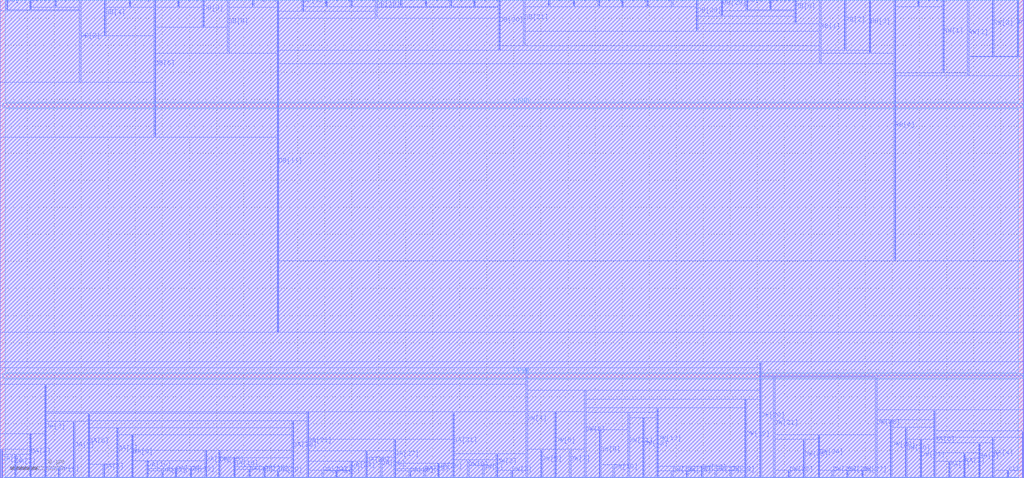
<source format=lef>
VERSION 5.7 ;
  NOWIREEXTENSIONATPIN ON ;
  DIVIDERCHAR "/" ;
  BUSBITCHARS "[]" ;
MACRO DFFRF_2R1W
  CLASS BLOCK ;
  FOREIGN DFFRF_2R1W ;
  ORIGIN 0.000 0.000 ;
  SIZE 378.700 BY 176.800 ;
  PIN CLK
    DIRECTION INPUT ;
    USE SIGNAL ;
    PORT
      LAYER met2 ;
        RECT 372.690 0.000 372.830 2.450 ;
    END
  END CLK
  PIN DA[0]
    DIRECTION OUTPUT TRISTATE ;
    USE SIGNAL ;
    PORT
      LAYER met2 ;
        RECT 0.550 0.000 0.690 10.240 ;
    END
  END DA[0]
  PIN DA[10]
    DIRECTION OUTPUT TRISTATE ;
    USE SIGNAL ;
    PORT
      LAYER met2 ;
        RECT 54.370 0.000 54.510 6.020 ;
    END
  END DA[10]
  PIN DA[11]
    DIRECTION OUTPUT TRISTATE ;
    USE SIGNAL ;
    PORT
      LAYER met2 ;
        RECT 59.890 0.000 60.030 2.280 ;
    END
  END DA[11]
  PIN DA[12]
    DIRECTION OUTPUT TRISTATE ;
    USE SIGNAL ;
    PORT
      LAYER met2 ;
        RECT 64.950 0.000 65.090 3.130 ;
    END
  END DA[12]
  PIN DA[13]
    DIRECTION OUTPUT TRISTATE ;
    USE SIGNAL ;
    PORT
      LAYER met2 ;
        RECT 70.470 0.000 70.610 3.130 ;
    END
  END DA[13]
  PIN DA[14]
    DIRECTION OUTPUT TRISTATE ;
    USE SIGNAL ;
    PORT
      LAYER met2 ;
        RECT 75.990 0.000 76.130 9.900 ;
    END
  END DA[14]
  PIN DA[15]
    DIRECTION OUTPUT TRISTATE ;
    USE SIGNAL ;
    PORT
      LAYER met2 ;
        RECT 81.050 0.000 81.190 9.900 ;
    END
  END DA[15]
  PIN DA[16]
    DIRECTION OUTPUT TRISTATE ;
    USE SIGNAL ;
    PORT
      LAYER met2 ;
        RECT 86.570 0.000 86.710 7.180 ;
    END
  END DA[16]
  PIN DA[17]
    DIRECTION OUTPUT TRISTATE ;
    USE SIGNAL ;
    PORT
      LAYER met2 ;
        RECT 92.090 0.000 92.230 2.920 ;
    END
  END DA[17]
  PIN DA[18]
    DIRECTION OUTPUT TRISTATE ;
    USE SIGNAL ;
    PORT
      LAYER met2 ;
        RECT 97.610 0.000 97.750 3.810 ;
    END
  END DA[18]
  PIN DA[19]
    DIRECTION OUTPUT TRISTATE ;
    USE SIGNAL ;
    PORT
      LAYER met2 ;
        RECT 102.670 0.000 102.810 2.280 ;
    END
  END DA[19]
  PIN DA[1]
    DIRECTION OUTPUT TRISTATE ;
    USE SIGNAL ;
    PORT
      LAYER met2 ;
        RECT 5.610 0.000 5.750 8.360 ;
    END
  END DA[1]
  PIN DA[20]
    DIRECTION OUTPUT TRISTATE ;
    USE SIGNAL ;
    PORT
      LAYER met2 ;
        RECT 108.190 0.000 108.330 20.810 ;
    END
  END DA[20]
  PIN DA[21]
    DIRECTION OUTPUT TRISTATE ;
    USE SIGNAL ;
    PORT
      LAYER met2 ;
        RECT 113.710 0.000 113.850 24.210 ;
    END
  END DA[21]
  PIN DA[22]
    DIRECTION OUTPUT TRISTATE ;
    USE SIGNAL ;
    PORT
      LAYER met2 ;
        RECT 119.230 0.000 119.370 2.450 ;
    END
  END DA[22]
  PIN DA[23]
    DIRECTION OUTPUT TRISTATE ;
    USE SIGNAL ;
    PORT
      LAYER met2 ;
        RECT 124.290 0.000 124.430 2.280 ;
    END
  END DA[23]
  PIN DA[24]
    DIRECTION OUTPUT TRISTATE ;
    USE SIGNAL ;
    PORT
      LAYER met2 ;
        RECT 129.810 0.000 129.950 5.850 ;
    END
  END DA[24]
  PIN DA[25]
    DIRECTION OUTPUT TRISTATE ;
    USE SIGNAL ;
    PORT
      LAYER met2 ;
        RECT 135.330 0.000 135.470 9.720 ;
    END
  END DA[25]
  PIN DA[26]
    DIRECTION OUTPUT TRISTATE ;
    USE SIGNAL ;
    PORT
      LAYER met2 ;
        RECT 140.850 0.000 140.990 7.210 ;
    END
  END DA[26]
  PIN DA[27]
    DIRECTION OUTPUT TRISTATE ;
    USE SIGNAL ;
    PORT
      LAYER met2 ;
        RECT 145.910 0.000 146.050 14.010 ;
    END
  END DA[27]
  PIN DA[28]
    DIRECTION OUTPUT TRISTATE ;
    USE SIGNAL ;
    PORT
      LAYER met2 ;
        RECT 151.430 0.000 151.570 2.280 ;
    END
  END DA[28]
  PIN DA[29]
    DIRECTION OUTPUT TRISTATE ;
    USE SIGNAL ;
    PORT
      LAYER met2 ;
        RECT 156.950 0.000 157.090 3.130 ;
    END
  END DA[29]
  PIN DA[2]
    DIRECTION OUTPUT TRISTATE ;
    USE SIGNAL ;
    PORT
      LAYER met2 ;
        RECT 11.130 0.000 11.270 16.050 ;
    END
  END DA[2]
  PIN DA[30]
    DIRECTION OUTPUT TRISTATE ;
    USE SIGNAL ;
    PORT
      LAYER met2 ;
        RECT 162.010 0.000 162.150 5.170 ;
    END
  END DA[30]
  PIN DA[31]
    DIRECTION OUTPUT TRISTATE ;
    USE SIGNAL ;
    PORT
      LAYER met2 ;
        RECT 167.530 0.000 167.670 24.040 ;
    END
  END DA[31]
  PIN DA[3]
    DIRECTION OUTPUT TRISTATE ;
    USE SIGNAL ;
    PORT
      LAYER met2 ;
        RECT 16.650 0.000 16.790 34.240 ;
    END
  END DA[3]
  PIN DA[4]
    DIRECTION OUTPUT TRISTATE ;
    USE SIGNAL ;
    PORT
      LAYER met2 ;
        RECT 21.710 0.000 21.850 3.300 ;
    END
  END DA[4]
  PIN DA[5]
    DIRECTION OUTPUT TRISTATE ;
    USE SIGNAL ;
    PORT
      LAYER met2 ;
        RECT 27.230 0.000 27.370 20.600 ;
    END
  END DA[5]
  PIN DA[6]
    DIRECTION OUTPUT TRISTATE ;
    USE SIGNAL ;
    PORT
      LAYER met2 ;
        RECT 32.750 0.000 32.890 23.530 ;
    END
  END DA[6]
  PIN DA[7]
    DIRECTION OUTPUT TRISTATE ;
    USE SIGNAL ;
    PORT
      LAYER met2 ;
        RECT 38.270 0.000 38.410 4.800 ;
    END
  END DA[7]
  PIN DA[8]
    DIRECTION OUTPUT TRISTATE ;
    USE SIGNAL ;
    PORT
      LAYER met2 ;
        RECT 43.330 0.000 43.470 18.260 ;
    END
  END DA[8]
  PIN DA[9]
    DIRECTION OUTPUT TRISTATE ;
    USE SIGNAL ;
    PORT
      LAYER met2 ;
        RECT 48.850 0.000 48.990 15.680 ;
    END
  END DA[9]
  PIN DB[0]
    DIRECTION OUTPUT TRISTATE ;
    USE SIGNAL ;
    PORT
      LAYER met2 ;
        RECT 2.390 173.020 2.530 176.800 ;
    END
  END DB[0]
  PIN DB[10]
    DIRECTION OUTPUT TRISTATE ;
    USE SIGNAL ;
    PORT
      LAYER met2 ;
        RECT 93.470 174.350 93.610 176.800 ;
    END
  END DB[10]
  PIN DB[11]
    DIRECTION OUTPUT TRISTATE ;
    USE SIGNAL ;
    PORT
      LAYER met2 ;
        RECT 102.670 54.020 102.810 176.800 ;
    END
  END DB[11]
  PIN DB[12]
    DIRECTION OUTPUT TRISTATE ;
    USE SIGNAL ;
    PORT
      LAYER met2 ;
        RECT 111.870 172.820 112.010 176.800 ;
    END
  END DB[12]
  PIN DB[13]
    DIRECTION OUTPUT TRISTATE ;
    USE SIGNAL ;
    PORT
      LAYER met2 ;
        RECT 120.610 174.520 120.750 176.800 ;
    END
  END DB[13]
  PIN DB[14]
    DIRECTION OUTPUT TRISTATE ;
    USE SIGNAL ;
    PORT
      LAYER met2 ;
        RECT 129.810 174.520 129.950 176.800 ;
    END
  END DB[14]
  PIN DB[15]
    DIRECTION OUTPUT TRISTATE ;
    USE SIGNAL ;
    PORT
      LAYER met2 ;
        RECT 139.010 170.270 139.150 176.800 ;
    END
  END DB[15]
  PIN DB[16]
    DIRECTION OUTPUT TRISTATE ;
    USE SIGNAL ;
    PORT
      LAYER met2 ;
        RECT 148.210 174.520 148.350 176.800 ;
    END
  END DB[16]
  PIN DB[17]
    DIRECTION OUTPUT TRISTATE ;
    USE SIGNAL ;
    PORT
      LAYER met2 ;
        RECT 157.410 174.520 157.550 176.800 ;
    END
  END DB[17]
  PIN DB[18]
    DIRECTION OUTPUT TRISTATE ;
    USE SIGNAL ;
    PORT
      LAYER met2 ;
        RECT 166.610 174.350 166.750 176.800 ;
    END
  END DB[18]
  PIN DB[19]
    DIRECTION OUTPUT TRISTATE ;
    USE SIGNAL ;
    PORT
      LAYER met2 ;
        RECT 175.350 174.520 175.490 176.800 ;
    END
  END DB[19]
  PIN DB[1]
    DIRECTION OUTPUT TRISTATE ;
    USE SIGNAL ;
    PORT
      LAYER met2 ;
        RECT 11.130 173.360 11.270 176.800 ;
    END
  END DB[1]
  PIN DB[20]
    DIRECTION OUTPUT TRISTATE ;
    USE SIGNAL ;
    PORT
      LAYER met2 ;
        RECT 184.550 158.400 184.690 176.800 ;
    END
  END DB[20]
  PIN DB[21]
    DIRECTION OUTPUT TRISTATE ;
    USE SIGNAL ;
    PORT
      LAYER met2 ;
        RECT 193.750 160.100 193.890 176.800 ;
    END
  END DB[21]
  PIN DB[22]
    DIRECTION OUTPUT TRISTATE ;
    USE SIGNAL ;
    PORT
      LAYER met2 ;
        RECT 202.950 174.520 203.090 176.800 ;
    END
  END DB[22]
  PIN DB[23]
    DIRECTION OUTPUT TRISTATE ;
    USE SIGNAL ;
    PORT
      LAYER met2 ;
        RECT 212.150 174.520 212.290 176.800 ;
    END
  END DB[23]
  PIN DB[24]
    DIRECTION OUTPUT TRISTATE ;
    USE SIGNAL ;
    PORT
      LAYER met2 ;
        RECT 221.350 174.520 221.490 176.800 ;
    END
  END DB[24]
  PIN DB[25]
    DIRECTION OUTPUT TRISTATE ;
    USE SIGNAL ;
    PORT
      LAYER met2 ;
        RECT 230.090 174.520 230.230 176.800 ;
    END
  END DB[25]
  PIN DB[26]
    DIRECTION OUTPUT TRISTATE ;
    USE SIGNAL ;
    PORT
      LAYER met2 ;
        RECT 239.290 174.520 239.430 176.800 ;
    END
  END DB[26]
  PIN DB[27]
    DIRECTION OUTPUT TRISTATE ;
    USE SIGNAL ;
    PORT
      LAYER met2 ;
        RECT 248.490 174.520 248.630 176.800 ;
    END
  END DB[27]
  PIN DB[28]
    DIRECTION OUTPUT TRISTATE ;
    USE SIGNAL ;
    PORT
      LAYER met2 ;
        RECT 257.690 165.510 257.830 176.800 ;
    END
  END DB[28]
  PIN DB[29]
    DIRECTION OUTPUT TRISTATE ;
    USE SIGNAL ;
    PORT
      LAYER met2 ;
        RECT 266.890 170.980 267.030 176.800 ;
    END
  END DB[29]
  PIN DB[2]
    DIRECTION OUTPUT TRISTATE ;
    USE SIGNAL ;
    PORT
      LAYER met2 ;
        RECT 20.330 174.350 20.470 176.800 ;
    END
  END DB[2]
  PIN DB[30]
    DIRECTION OUTPUT TRISTATE ;
    USE SIGNAL ;
    PORT
      LAYER met2 ;
        RECT 276.090 173.020 276.230 176.800 ;
    END
  END DB[30]
  PIN DB[31]
    DIRECTION OUTPUT TRISTATE ;
    USE SIGNAL ;
    PORT
      LAYER met2 ;
        RECT 284.830 173.360 284.970 176.800 ;
    END
  END DB[31]
  PIN DB[3]
    DIRECTION OUTPUT TRISTATE ;
    USE SIGNAL ;
    PORT
      LAYER met2 ;
        RECT 29.530 146.500 29.670 176.800 ;
    END
  END DB[3]
  PIN DB[4]
    DIRECTION OUTPUT TRISTATE ;
    USE SIGNAL ;
    PORT
      LAYER met2 ;
        RECT 38.730 163.680 38.870 176.800 ;
    END
  END DB[4]
  PIN DB[5]
    DIRECTION OUTPUT TRISTATE ;
    USE SIGNAL ;
    PORT
      LAYER met2 ;
        RECT 47.930 174.350 48.070 176.800 ;
    END
  END DB[5]
  PIN DB[6]
    DIRECTION OUTPUT TRISTATE ;
    USE SIGNAL ;
    PORT
      LAYER met2 ;
        RECT 57.130 126.280 57.270 176.800 ;
    END
  END DB[6]
  PIN DB[7]
    DIRECTION OUTPUT TRISTATE ;
    USE SIGNAL ;
    PORT
      LAYER met2 ;
        RECT 65.870 174.350 66.010 176.800 ;
    END
  END DB[7]
  PIN DB[8]
    DIRECTION OUTPUT TRISTATE ;
    USE SIGNAL ;
    PORT
      LAYER met2 ;
        RECT 75.070 166.870 75.210 176.800 ;
    END
  END DB[8]
  PIN DB[9]
    DIRECTION OUTPUT TRISTATE ;
    USE SIGNAL ;
    PORT
      LAYER met2 ;
        RECT 84.270 157.380 84.410 176.800 ;
    END
  END DB[9]
  PIN DW[0]
    DIRECTION INPUT ;
    USE SIGNAL ;
    PORT
      LAYER met2 ;
        RECT 173.050 0.000 173.190 6.320 ;
    END
  END DW[0]
  PIN DW[10]
    DIRECTION INPUT ;
    USE SIGNAL ;
    PORT
      LAYER met2 ;
        RECT 226.870 0.000 227.010 4.460 ;
    END
  END DW[10]
  PIN DW[11]
    DIRECTION INPUT ;
    USE SIGNAL ;
    PORT
      LAYER met2 ;
        RECT 232.390 0.000 232.530 24.000 ;
    END
  END DW[11]
  PIN DW[12]
    DIRECTION INPUT ;
    USE SIGNAL ;
    PORT
      LAYER met2 ;
        RECT 237.910 0.000 238.050 21.960 ;
    END
  END DW[12]
  PIN DW[13]
    DIRECTION INPUT ;
    USE SIGNAL ;
    PORT
      LAYER met2 ;
        RECT 242.970 0.000 243.110 25.570 ;
    END
  END DW[13]
  PIN DW[14]
    DIRECTION INPUT ;
    USE SIGNAL ;
    PORT
      LAYER met2 ;
        RECT 248.490 0.000 248.630 2.280 ;
    END
  END DW[14]
  PIN DW[15]
    DIRECTION INPUT ;
    USE SIGNAL ;
    PORT
      LAYER met2 ;
        RECT 254.010 0.000 254.150 2.280 ;
    END
  END DW[15]
  PIN DW[16]
    DIRECTION INPUT ;
    USE SIGNAL ;
    PORT
      LAYER met2 ;
        RECT 259.530 0.000 259.670 3.980 ;
    END
  END DW[16]
  PIN DW[17]
    DIRECTION INPUT ;
    USE SIGNAL ;
    PORT
      LAYER met2 ;
        RECT 264.590 0.000 264.730 2.450 ;
    END
  END DW[17]
  PIN DW[18]
    DIRECTION INPUT ;
    USE SIGNAL ;
    PORT
      LAYER met2 ;
        RECT 270.110 0.000 270.250 2.450 ;
    END
  END DW[18]
  PIN DW[19]
    DIRECTION INPUT ;
    USE SIGNAL ;
    PORT
      LAYER met2 ;
        RECT 275.630 0.000 275.770 28.760 ;
    END
  END DW[19]
  PIN DW[1]
    DIRECTION INPUT ;
    USE SIGNAL ;
    PORT
      LAYER met2 ;
        RECT 178.570 0.000 178.710 4.320 ;
    END
  END DW[1]
  PIN DW[20]
    DIRECTION INPUT ;
    USE SIGNAL ;
    PORT
      LAYER met2 ;
        RECT 281.150 0.000 281.290 42.540 ;
    END
  END DW[20]
  PIN DW[21]
    DIRECTION INPUT ;
    USE SIGNAL ;
    PORT
      LAYER met2 ;
        RECT 286.210 0.000 286.350 37.100 ;
    END
  END DW[21]
  PIN DW[22]
    DIRECTION INPUT ;
    USE SIGNAL ;
    PORT
      LAYER met2 ;
        RECT 291.730 0.000 291.870 2.450 ;
    END
  END DW[22]
  PIN DW[23]
    DIRECTION INPUT ;
    USE SIGNAL ;
    PORT
      LAYER met2 ;
        RECT 297.250 0.000 297.390 13.870 ;
    END
  END DW[23]
  PIN DW[24]
    DIRECTION INPUT ;
    USE SIGNAL ;
    PORT
      LAYER met2 ;
        RECT 302.770 0.000 302.910 15.680 ;
    END
  END DW[24]
  PIN DW[25]
    DIRECTION INPUT ;
    USE SIGNAL ;
    PORT
      LAYER met2 ;
        RECT 307.830 0.000 307.970 2.450 ;
    END
  END DW[25]
  PIN DW[26]
    DIRECTION INPUT ;
    USE SIGNAL ;
    PORT
      LAYER met2 ;
        RECT 313.350 0.000 313.490 2.450 ;
    END
  END DW[26]
  PIN DW[27]
    DIRECTION INPUT ;
    USE SIGNAL ;
    PORT
      LAYER met2 ;
        RECT 318.870 0.000 319.010 2.450 ;
    END
  END DW[27]
  PIN DW[28]
    DIRECTION INPUT ;
    USE SIGNAL ;
    PORT
      LAYER met2 ;
        RECT 323.930 0.000 324.070 37.440 ;
    END
  END DW[28]
  PIN DW[29]
    DIRECTION INPUT ;
    USE SIGNAL ;
    PORT
      LAYER met2 ;
        RECT 329.450 0.000 329.590 21.120 ;
    END
  END DW[29]
  PIN DW[2]
    DIRECTION INPUT ;
    USE SIGNAL ;
    PORT
      LAYER met2 ;
        RECT 183.630 0.000 183.770 8.570 ;
    END
  END DW[2]
  PIN DW[30]
    DIRECTION INPUT ;
    USE SIGNAL ;
    PORT
      LAYER met2 ;
        RECT 334.970 0.000 335.110 18.400 ;
    END
  END DW[30]
  PIN DW[31]
    DIRECTION INPUT ;
    USE SIGNAL ;
    PORT
      LAYER met2 ;
        RECT 340.490 0.000 340.630 13.870 ;
    END
  END DW[31]
  PIN DW[3]
    DIRECTION INPUT ;
    USE SIGNAL ;
    PORT
      LAYER met2 ;
        RECT 189.150 0.000 189.290 2.450 ;
    END
  END DW[3]
  PIN DW[4]
    DIRECTION INPUT ;
    USE SIGNAL ;
    PORT
      LAYER met2 ;
        RECT 194.670 0.000 194.810 40.320 ;
    END
  END DW[4]
  PIN DW[5]
    DIRECTION INPUT ;
    USE SIGNAL ;
    PORT
      LAYER met2 ;
        RECT 200.190 0.000 200.330 10.240 ;
    END
  END DW[5]
  PIN DW[6]
    DIRECTION INPUT ;
    USE SIGNAL ;
    PORT
      LAYER met2 ;
        RECT 205.250 0.000 205.390 24.210 ;
    END
  END DW[6]
  PIN DW[7]
    DIRECTION INPUT ;
    USE SIGNAL ;
    PORT
      LAYER met2 ;
        RECT 210.770 0.000 210.910 10.240 ;
    END
  END DW[7]
  PIN DW[8]
    DIRECTION INPUT ;
    USE SIGNAL ;
    PORT
      LAYER met2 ;
        RECT 216.290 0.000 216.430 32.160 ;
    END
  END DW[8]
  PIN DW[9]
    DIRECTION INPUT ;
    USE SIGNAL ;
    PORT
      LAYER met2 ;
        RECT 221.810 0.000 221.950 17.410 ;
    END
  END DW[9]
  PIN RA[0]
    DIRECTION INPUT ;
    USE SIGNAL ;
    PORT
      LAYER met2 ;
        RECT 345.550 0.000 345.690 24.860 ;
    END
  END RA[0]
  PIN RA[1]
    DIRECTION INPUT ;
    USE SIGNAL ;
    PORT
      LAYER met2 ;
        RECT 351.070 0.000 351.210 5.850 ;
    END
  END RA[1]
  PIN RA[2]
    DIRECTION INPUT ;
    USE SIGNAL ;
    PORT
      LAYER met2 ;
        RECT 356.590 0.000 356.730 8.880 ;
    END
  END RA[2]
  PIN RA[3]
    DIRECTION INPUT ;
    USE SIGNAL ;
    PORT
      LAYER met2 ;
        RECT 362.110 0.000 362.250 12.650 ;
    END
  END RA[3]
  PIN RA[4]
    DIRECTION INPUT ;
    USE SIGNAL ;
    PORT
      LAYER met2 ;
        RECT 367.170 0.000 367.310 14.660 ;
    END
  END RA[4]
  PIN RB[0]
    DIRECTION INPUT ;
    USE SIGNAL ;
    PORT
      LAYER met2 ;
        RECT 294.030 168.260 294.170 176.800 ;
    END
  END RB[0]
  PIN RB[1]
    DIRECTION INPUT ;
    USE SIGNAL ;
    PORT
      LAYER met2 ;
        RECT 303.230 153.480 303.370 176.800 ;
    END
  END RB[1]
  PIN RB[2]
    DIRECTION INPUT ;
    USE SIGNAL ;
    PORT
      LAYER met2 ;
        RECT 312.430 158.400 312.570 176.800 ;
    END
  END RB[2]
  PIN RB[3]
    DIRECTION INPUT ;
    USE SIGNAL ;
    PORT
      LAYER met2 ;
        RECT 321.630 157.380 321.770 176.800 ;
    END
  END RB[3]
  PIN RB[4]
    DIRECTION INPUT ;
    USE SIGNAL ;
    PORT
      LAYER met2 ;
        RECT 330.830 80.510 330.970 176.800 ;
    END
  END RB[4]
  PIN RW[0]
    DIRECTION INPUT ;
    USE SIGNAL ;
    PORT
      LAYER met2 ;
        RECT 339.570 174.560 339.710 176.800 ;
    END
  END RW[0]
  PIN RW[1]
    DIRECTION INPUT ;
    USE SIGNAL ;
    PORT
      LAYER met2 ;
        RECT 348.770 150.080 348.910 176.800 ;
    END
  END RW[1]
  PIN RW[2]
    DIRECTION INPUT ;
    USE SIGNAL ;
    PORT
      LAYER met2 ;
        RECT 357.970 149.020 358.110 176.800 ;
    END
  END RW[2]
  PIN RW[3]
    DIRECTION INPUT ;
    USE SIGNAL ;
    PORT
      LAYER met2 ;
        RECT 367.170 156.200 367.310 176.800 ;
    END
  END RW[3]
  PIN RW[4]
    DIRECTION INPUT ;
    USE SIGNAL ;
    PORT
      LAYER met2 ;
        RECT 376.370 156.020 376.510 176.800 ;
    END
  END RW[4]
  PIN VGND
    DIRECTION INPUT ;
    USE GROUND ;
    PORT
      LAYER met3 ;
        RECT 0.850 136.835 378.510 138.435 ;
    END
  END VGND
  PIN VPWR
    DIRECTION INPUT ;
    USE POWER ;
    PORT
      LAYER met3 ;
        RECT 0.850 36.835 378.510 38.435 ;
    END
  END VPWR
  PIN WE
    DIRECTION INPUT ;
    USE SIGNAL ;
    PORT
      LAYER met2 ;
        RECT 378.210 0.000 378.350 17.040 ;
    END
  END WE
  OBS
      LAYER li1 ;
        RECT 0.075 0.085 378.510 176.715 ;
      LAYER met1 ;
        RECT 0.000 0.040 378.510 176.760 ;
      LAYER met2 ;
        RECT 0.030 172.740 2.110 176.790 ;
        RECT 2.810 173.080 10.850 176.790 ;
        RECT 11.550 174.070 20.050 176.790 ;
        RECT 20.750 174.070 29.250 176.790 ;
        RECT 11.550 173.080 29.250 174.070 ;
        RECT 2.810 172.740 29.250 173.080 ;
        RECT 0.030 146.220 29.250 172.740 ;
        RECT 29.950 163.400 38.450 176.790 ;
        RECT 39.150 174.070 47.650 176.790 ;
        RECT 48.350 174.070 56.850 176.790 ;
        RECT 39.150 163.400 56.850 174.070 ;
        RECT 29.950 146.220 56.850 163.400 ;
        RECT 0.030 126.000 56.850 146.220 ;
        RECT 57.550 174.070 65.590 176.790 ;
        RECT 66.290 174.070 74.790 176.790 ;
        RECT 57.550 166.590 74.790 174.070 ;
        RECT 75.490 166.590 83.990 176.790 ;
        RECT 57.550 157.100 83.990 166.590 ;
        RECT 84.690 174.070 93.190 176.790 ;
        RECT 93.890 174.070 102.390 176.790 ;
        RECT 84.690 157.100 102.390 174.070 ;
        RECT 57.550 126.000 102.390 157.100 ;
        RECT 0.030 53.740 102.390 126.000 ;
        RECT 103.090 172.540 111.590 176.790 ;
        RECT 112.290 174.240 120.330 176.790 ;
        RECT 121.030 174.240 129.530 176.790 ;
        RECT 130.230 174.240 138.730 176.790 ;
        RECT 112.290 172.540 138.730 174.240 ;
        RECT 103.090 169.990 138.730 172.540 ;
        RECT 139.430 174.240 147.930 176.790 ;
        RECT 148.630 174.240 157.130 176.790 ;
        RECT 157.830 174.240 166.330 176.790 ;
        RECT 139.430 174.070 166.330 174.240 ;
        RECT 167.030 174.240 175.070 176.790 ;
        RECT 175.770 174.240 184.270 176.790 ;
        RECT 167.030 174.070 184.270 174.240 ;
        RECT 139.430 169.990 184.270 174.070 ;
        RECT 103.090 158.120 184.270 169.990 ;
        RECT 184.970 159.820 193.470 176.790 ;
        RECT 194.170 174.240 202.670 176.790 ;
        RECT 203.370 174.240 211.870 176.790 ;
        RECT 212.570 174.240 221.070 176.790 ;
        RECT 221.770 174.240 229.810 176.790 ;
        RECT 230.510 174.240 239.010 176.790 ;
        RECT 239.710 174.240 248.210 176.790 ;
        RECT 248.910 174.240 257.410 176.790 ;
        RECT 194.170 165.230 257.410 174.240 ;
        RECT 258.110 170.700 266.610 176.790 ;
        RECT 267.310 172.740 275.810 176.790 ;
        RECT 276.510 173.080 284.550 176.790 ;
        RECT 285.250 173.080 293.750 176.790 ;
        RECT 276.510 172.740 293.750 173.080 ;
        RECT 267.310 170.700 293.750 172.740 ;
        RECT 258.110 167.980 293.750 170.700 ;
        RECT 294.450 167.980 302.950 176.790 ;
        RECT 258.110 165.230 302.950 167.980 ;
        RECT 194.170 159.820 302.950 165.230 ;
        RECT 184.970 158.120 302.950 159.820 ;
        RECT 103.090 153.200 302.950 158.120 ;
        RECT 303.650 158.120 312.150 176.790 ;
        RECT 312.850 158.120 321.350 176.790 ;
        RECT 303.650 157.100 321.350 158.120 ;
        RECT 322.050 157.100 330.550 176.790 ;
        RECT 303.650 153.200 330.550 157.100 ;
        RECT 103.090 80.230 330.550 153.200 ;
        RECT 331.250 174.280 339.290 176.790 ;
        RECT 339.990 174.280 348.490 176.790 ;
        RECT 331.250 149.800 348.490 174.280 ;
        RECT 349.190 149.800 357.690 176.790 ;
        RECT 331.250 148.740 357.690 149.800 ;
        RECT 358.390 155.920 366.890 176.790 ;
        RECT 367.590 155.920 376.090 176.790 ;
        RECT 358.390 155.740 376.090 155.920 ;
        RECT 376.790 155.740 378.410 176.790 ;
        RECT 358.390 148.740 378.410 155.740 ;
        RECT 331.250 80.230 378.410 148.740 ;
        RECT 103.090 53.740 378.410 80.230 ;
        RECT 0.030 42.820 378.410 53.740 ;
        RECT 0.030 40.600 280.870 42.820 ;
        RECT 0.030 34.520 194.390 40.600 ;
        RECT 0.030 16.330 16.370 34.520 ;
        RECT 0.030 10.520 10.850 16.330 ;
        RECT 0.030 0.010 0.270 10.520 ;
        RECT 0.970 8.640 10.850 10.520 ;
        RECT 0.970 0.010 5.330 8.640 ;
        RECT 6.030 0.010 10.850 8.640 ;
        RECT 11.550 0.010 16.370 16.330 ;
        RECT 17.070 24.490 194.390 34.520 ;
        RECT 17.070 23.810 113.430 24.490 ;
        RECT 17.070 20.880 32.470 23.810 ;
        RECT 17.070 3.580 26.950 20.880 ;
        RECT 17.070 0.010 21.430 3.580 ;
        RECT 22.130 0.010 26.950 3.580 ;
        RECT 27.650 0.010 32.470 20.880 ;
        RECT 33.170 21.090 113.430 23.810 ;
        RECT 33.170 18.540 107.910 21.090 ;
        RECT 33.170 5.080 43.050 18.540 ;
        RECT 33.170 0.010 37.990 5.080 ;
        RECT 38.690 0.010 43.050 5.080 ;
        RECT 43.750 15.960 107.910 18.540 ;
        RECT 43.750 0.010 48.570 15.960 ;
        RECT 49.270 10.180 107.910 15.960 ;
        RECT 49.270 6.300 75.710 10.180 ;
        RECT 49.270 0.010 54.090 6.300 ;
        RECT 54.790 3.410 75.710 6.300 ;
        RECT 54.790 2.560 64.670 3.410 ;
        RECT 54.790 0.010 59.610 2.560 ;
        RECT 60.310 0.010 64.670 2.560 ;
        RECT 65.370 0.010 70.190 3.410 ;
        RECT 70.890 0.010 75.710 3.410 ;
        RECT 76.410 0.010 80.770 10.180 ;
        RECT 81.470 7.460 107.910 10.180 ;
        RECT 81.470 0.010 86.290 7.460 ;
        RECT 86.990 4.090 107.910 7.460 ;
        RECT 86.990 3.200 97.330 4.090 ;
        RECT 86.990 0.010 91.810 3.200 ;
        RECT 92.510 0.010 97.330 3.200 ;
        RECT 98.030 2.560 107.910 4.090 ;
        RECT 98.030 0.010 102.390 2.560 ;
        RECT 103.090 0.010 107.910 2.560 ;
        RECT 108.610 0.010 113.430 21.090 ;
        RECT 114.130 24.320 194.390 24.490 ;
        RECT 114.130 14.290 167.250 24.320 ;
        RECT 114.130 10.000 145.630 14.290 ;
        RECT 114.130 6.130 135.050 10.000 ;
        RECT 114.130 2.730 129.530 6.130 ;
        RECT 114.130 0.010 118.950 2.730 ;
        RECT 119.650 2.560 129.530 2.730 ;
        RECT 119.650 0.010 124.010 2.560 ;
        RECT 124.710 0.010 129.530 2.560 ;
        RECT 130.230 0.010 135.050 6.130 ;
        RECT 135.750 7.490 145.630 10.000 ;
        RECT 135.750 0.010 140.570 7.490 ;
        RECT 141.270 0.010 145.630 7.490 ;
        RECT 146.330 5.450 167.250 14.290 ;
        RECT 146.330 3.410 161.730 5.450 ;
        RECT 146.330 2.560 156.670 3.410 ;
        RECT 146.330 0.010 151.150 2.560 ;
        RECT 151.850 0.010 156.670 2.560 ;
        RECT 157.370 0.010 161.730 3.410 ;
        RECT 162.430 0.010 167.250 5.450 ;
        RECT 167.950 8.850 194.390 24.320 ;
        RECT 167.950 6.600 183.350 8.850 ;
        RECT 167.950 0.010 172.770 6.600 ;
        RECT 173.470 4.600 183.350 6.600 ;
        RECT 173.470 0.010 178.290 4.600 ;
        RECT 178.990 0.010 183.350 4.600 ;
        RECT 184.050 2.730 194.390 8.850 ;
        RECT 184.050 0.010 188.870 2.730 ;
        RECT 189.570 0.010 194.390 2.730 ;
        RECT 195.090 32.440 280.870 40.600 ;
        RECT 195.090 24.490 216.010 32.440 ;
        RECT 195.090 10.520 204.970 24.490 ;
        RECT 195.090 0.010 199.910 10.520 ;
        RECT 200.610 0.010 204.970 10.520 ;
        RECT 205.670 10.520 216.010 24.490 ;
        RECT 205.670 0.010 210.490 10.520 ;
        RECT 211.190 0.010 216.010 10.520 ;
        RECT 216.710 29.040 280.870 32.440 ;
        RECT 216.710 25.850 275.350 29.040 ;
        RECT 216.710 24.280 242.690 25.850 ;
        RECT 216.710 17.690 232.110 24.280 ;
        RECT 216.710 0.010 221.530 17.690 ;
        RECT 222.230 4.740 232.110 17.690 ;
        RECT 222.230 0.010 226.590 4.740 ;
        RECT 227.290 0.010 232.110 4.740 ;
        RECT 232.810 22.240 242.690 24.280 ;
        RECT 232.810 0.010 237.630 22.240 ;
        RECT 238.330 0.010 242.690 22.240 ;
        RECT 243.390 4.260 275.350 25.850 ;
        RECT 243.390 2.560 259.250 4.260 ;
        RECT 243.390 0.010 248.210 2.560 ;
        RECT 248.910 0.010 253.730 2.560 ;
        RECT 254.430 0.010 259.250 2.560 ;
        RECT 259.950 2.730 275.350 4.260 ;
        RECT 259.950 0.010 264.310 2.730 ;
        RECT 265.010 0.010 269.830 2.730 ;
        RECT 270.530 0.010 275.350 2.730 ;
        RECT 276.050 0.010 280.870 29.040 ;
        RECT 281.570 37.720 378.410 42.820 ;
        RECT 281.570 37.380 323.650 37.720 ;
        RECT 281.570 0.010 285.930 37.380 ;
        RECT 286.630 15.960 323.650 37.380 ;
        RECT 286.630 14.150 302.490 15.960 ;
        RECT 286.630 2.730 296.970 14.150 ;
        RECT 286.630 0.010 291.450 2.730 ;
        RECT 292.150 0.010 296.970 2.730 ;
        RECT 297.670 0.010 302.490 14.150 ;
        RECT 303.190 2.730 323.650 15.960 ;
        RECT 303.190 0.010 307.550 2.730 ;
        RECT 308.250 0.010 313.070 2.730 ;
        RECT 313.770 0.010 318.590 2.730 ;
        RECT 319.290 0.010 323.650 2.730 ;
        RECT 324.350 25.140 378.410 37.720 ;
        RECT 324.350 21.400 345.270 25.140 ;
        RECT 324.350 0.010 329.170 21.400 ;
        RECT 329.870 18.680 345.270 21.400 ;
        RECT 329.870 0.010 334.690 18.680 ;
        RECT 335.390 14.150 345.270 18.680 ;
        RECT 335.390 0.010 340.210 14.150 ;
        RECT 340.910 0.010 345.270 14.150 ;
        RECT 345.970 17.320 378.410 25.140 ;
        RECT 345.970 14.940 377.930 17.320 ;
        RECT 345.970 12.930 366.890 14.940 ;
        RECT 345.970 9.160 361.830 12.930 ;
        RECT 345.970 6.130 356.310 9.160 ;
        RECT 345.970 0.010 350.790 6.130 ;
        RECT 351.490 0.010 356.310 6.130 ;
        RECT 357.010 0.010 361.830 9.160 ;
        RECT 362.530 0.010 366.890 12.930 ;
        RECT 367.590 2.730 377.930 14.940 ;
        RECT 367.590 0.010 372.410 2.730 ;
        RECT 373.110 0.010 377.930 2.730 ;
      LAYER met3 ;
        RECT 1.835 138.835 376.605 176.625 ;
        RECT 1.835 38.835 376.605 136.435 ;
        RECT 1.835 0.175 376.605 36.435 ;
  END
END DFFRF_2R1W
END LIBRARY


</source>
